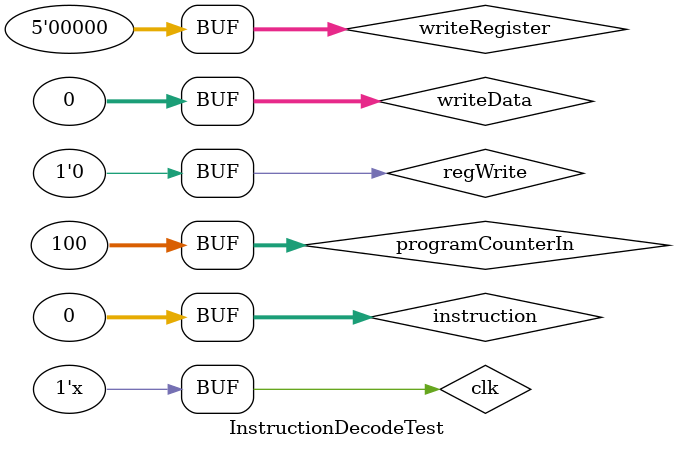
<source format=v>
`timescale 1ns / 1ps


module InstructionDecodeTest;

	// Inputs
	reg [31:0] programCounterIn;
	reg [31:0] instruction;
	reg [4:0] writeRegister;
	reg [31:0] writeData;
	reg regWrite;
	reg clk;

	// Outputs
	wire [1:0] writeBackControl;
	wire [2:0] memAccessControl;
	wire [3:0] calculationControl;
	wire [31:0] programCounterOut;
	wire [31:0] readData1;
	wire [31:0] readData2;
	wire [31:0] immediateOperand;
	wire [4:0] writeRegister0;
	wire [4:0] writeRegister1;

	// Instantiate the Unit Under Test (UUT)
	InstructionDecode uut (
		.programCounterIn(programCounterIn), 
		.instruction(instruction), 
		.writeRegister(writeRegister), 
		.writeData(writeData), 
		.regWrite(regWrite), 
		.clk(clk), 
		.writeBackControl(writeBackControl), 
		.memAccessControl(memAccessControl), 
		.calculationControl(calculationControl), 
		.programCounterOut(programCounterOut), 
		.readData1(readData1), 
		.readData2(readData2), 
		.immediateOperand(immediateOperand), 
		.writeRegister0(writeRegister0), 
		.writeRegister1(writeRegister1)
	);

	initial begin
		// Initialize Inputs
		clk = 0;
		programCounterIn = 100;
		instruction = 0;
		writeRegister = 0;
		writeData = 0;
		regWrite = 0;
		
		
	end
	
	always begin
		#5 clk=~clk;
	end
      
endmodule


</source>
